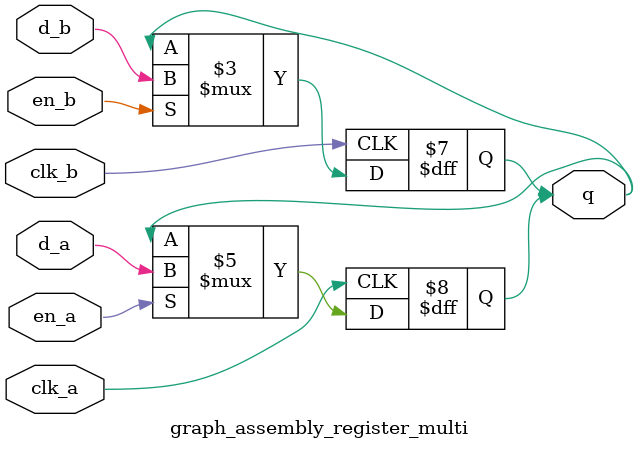
<source format=sv>
module graph_assembly_register_multi(
    input  logic clk_a,
    input  logic clk_b,
    input  logic en_a,
    input  logic en_b,
    input  logic d_a,
    input  logic d_b,
    output logic q
);
    always_ff @(posedge clk_a) begin
        if (en_a)
            q <= d_a;
    end

    always_ff @(posedge clk_b) begin
        if (en_b)
            q <= d_b;
    end
endmodule

</source>
